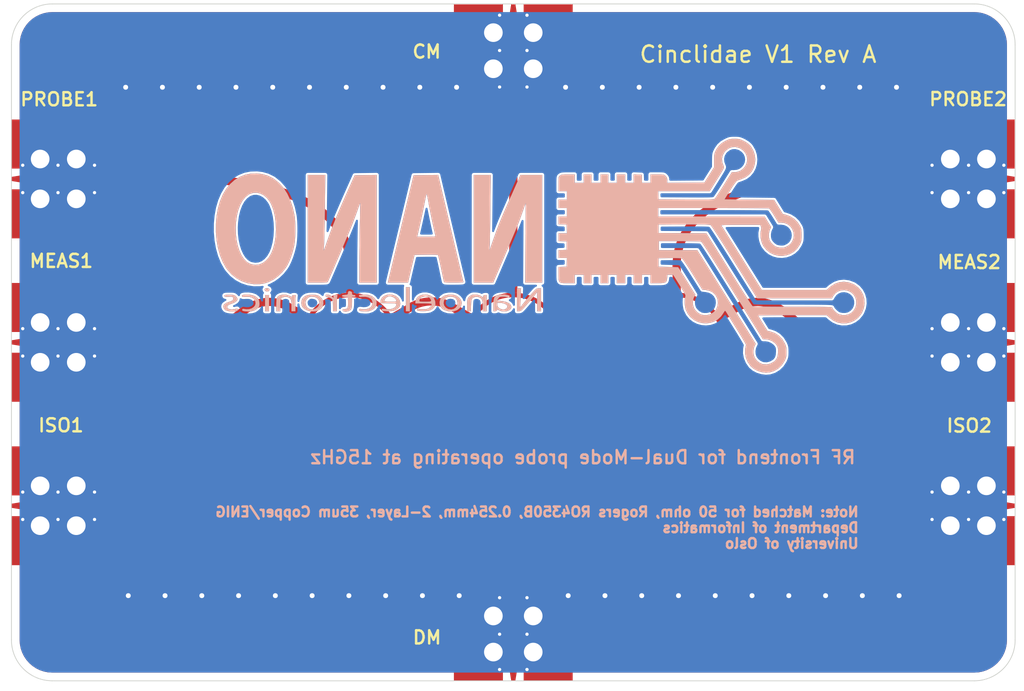
<source format=kicad_pcb>
(kicad_pcb (version 20241129) (generator "pcbnew") (generator_version "9.0")
  (layers (0 "F.Cu" signal) (2 "B.Cu" signal) (13 "F.Paste" user) (15 "B.Paste" user) (5 "F.SilkS" user "F.Silkscreen") (7 "B.SilkS" user "B.Silkscreen") (1 "F.Mask" user) (3 "B.Mask" user) (25 "Edge.Cuts" user))
  (net 0 "")
  (net 1 "gnd")
  (footprint "Footprint:CINCH_142-0761-811" (layer "F.Cu") (at 124.4822 109.5 -90)
    (property "Reference" "ISO1")
    (property "Value" "CINCH_142-0761-811")
  )
  (footprint "Footprint:CINCH_142-0761-811" (layer "F.Cu") (at 124.4822 89.5 -90)
    (property "Reference" "PROBE1")
    (property "Value" "CINCH_142-0761-811")
  )
  (footprint "Footprint:CINCH_142-0761-811" (layer "F.Cu") (at 174.8178 109.5 90)
    (property "Reference" "ISO2")
    (property "Value" "CINCH_142-0761-811")
  )
  (footprint "Footprint:CINCH_142-0761-811" (layer "F.Cu") (at 174.8178 89.5 90)
    (property "Reference" "PROBE2")
    (property "Value" "CINCH_142-0761-811")
  )
  (footprint "Cinclidae:Cinclidae_1" (layer "F.Cu") (at 149.65 99.5)
    (property "Reference" "REF**" (hide yes))
    (property "Value" "Cinclidae_1" (hide yes))
  )
  (footprint "Footprint:CINCH_142-0761-811" (layer "F.Cu") (at 174.8178 99.5 90)
    (property "Reference" "MEAS2")
    (property "Value" "CINCH_142-0761-811")
  )
  (footprint "Footprint:CINCH_142-0761-811" (layer "F.Cu") (at 149.65 114.6678)
    (property "Reference" "DM")
    (property "Value" "CINCH_142-0761-811")
  )
  (footprint "Footprint:CINCH_142-0761-811" (layer "F.Cu") (at 149.65 84.3322 180)
    (property "Reference" "CM")
    (property "Value" "CINCH_142-0761-811")
  )
  (footprint "Footprint:CINCH_142-0761-811" (layer "F.Cu") (at 124.4822 99.5 -90)
    (property "Reference" "MEAS1")
    (property "Value" "CINCH_142-0761-811")
  )
  (footprint "Footprint:NANO_LOGO" (layer "B.Cu") (at 151.178351 94.198118 180)
    (property "Reference" "G***" (hide yes))
    (property "Value" "LOGO" (hide yes))
  )
  (gr_rect (start 169.9 89.25) (end 174.8178 89.75) (fill yes) (layer "F.Cu"))
  (gr_curve (pts (xy 147.585 115.05) (xy 147.585 115.05) (xy 147.585 115.05) (xy 147.585 115.05)) (stroke (width 0.2)) (layer "F.Cu") (net 1))
  (gr_rect (start 124.4822 109.25) (end 129.4 109.75) (fill yes) (layer "F.Cu"))
  (gr_rect (start 124.4822 99.25) (end 129.4 99.75) (fill yes) (layer "F.Cu"))
  (gr_rect (start 149.15 111.24) (end 150.15 112.24) (fill yes) (layer "F.Cu"))
  (gr_curve (pts (xy 174.505 115.05) (xy 174.505 115.05) (xy 174.505 115.05) (xy 174.505 115.05)) (stroke (width 0.2)) (layer "F.Cu") (net 1))
  (gr_rect (start 149.4 84.3322) (end 149.9 89.25) (fill yes) (layer "F.Cu"))
  (gr_rect (start 169.9 109.25) (end 174.8178 109.75) (fill yes) (layer "F.Cu"))
  (gr_rect (start 124.4822 89.25) (end 129.4 89.75) (fill yes) (layer "F.Cu"))
  (gr_rect (start 171.39 109) (end 172.39 110) (fill yes) (layer "F.Cu"))
  (gr_rect (start 149.15 86.76) (end 150.15 87.76) (fill yes) (layer "F.Cu"))
  (gr_curve (pts (xy 147.425 83.94) (xy 147.425 83.94) (xy 147.425 83.94) (xy 147.425 83.94)) (stroke (width 0.2)) (layer "F.Cu") (net 1))
  (gr_rect (start 171.39 89) (end 172.39 90) (fill yes) (layer "F.Cu"))
  (gr_curve (pts (xy 174.345 83.94) (xy 174.345 83.94) (xy 174.345 83.94) (xy 174.345 83.94)) (stroke (width 0.2)) (layer "F.Cu") (net 1))
  (gr_rect (start 126.91 99) (end 127.91 100) (fill yes) (layer "F.Cu"))
  (gr_rect (start 171.39 99) (end 172.39 100) (fill yes) (layer "F.Cu"))
  (gr_rect (start 169.9 99.25) (end 174.8178 99.75) (fill yes) (layer "F.Cu"))
  (gr_rect (start 149.4 109.75) (end 149.9 114.6678) (fill yes) (layer "F.Cu"))
  (gr_rect (start 126.91 89) (end 127.91 90) (fill yes) (layer "F.Cu"))
  (gr_rect (start 126.91 109) (end 127.91 110) (fill yes) (layer "F.Cu"))
  (gr_arc (start 180.36 117.71) (mid 179.627767 119.477767) (end 177.86 120.21) (stroke (width 0.05)) (layer "Edge.Cuts"))
  (gr_arc (start 118.94 81.29) (mid 119.672233 79.522233) (end 121.44 78.79) (stroke (width 0.05)) (layer "Edge.Cuts"))
  (gr_line (start 180.36 117.71) (end 180.36 81.29) (stroke (width 0.05)) (layer "Edge.Cuts"))
  (gr_arc (start 177.86 78.79) (mid 179.627767 79.522233) (end 180.36 81.29) (stroke (width 0.05)) (layer "Edge.Cuts"))
  (gr_line (start 177.86 78.79) (end 121.44 78.79) (stroke (width 0.05)) (layer "Edge.Cuts"))
  (gr_arc (start 121.44 120.21) (mid 119.672233 119.477767) (end 118.94 117.71) (stroke (width 0.05)) (layer "Edge.Cuts"))
  (gr_line (start 118.94 81.29) (end 118.94 117.71) (stroke (width 0.05)) (layer "Edge.Cuts"))
  (gr_line (start 121.44 120.21) (end 177.86 120.21) (stroke (width 0.05)) (layer "Edge.Cuts"))
  (gr_text "Cinclidae V1 Rev A" (at 157.29 82.46 0) (layer "F.SilkS") (effects (font (size 1 1)) (justify left bottom)))
  (gr_text "RF Frontend for Dual-Mode probe operating at 15GHz" (at 170.67 107 0) (layer "B.SilkS") (effects (font (size 0.8 0.8) (thickness 0.15) (bold yes)) (justify left bottom mirror)))
  (gr_text "Note: Matched for 50 ohm, Rogers RO4350B, 0.254mm, 2-Layer, 35um Copper/ENIG\nDepartment of Informatics\nUniversity of Oslo\n" (at 170.86 112.16 0) (layer "B.SilkS") (effects (font (size 0.6 0.6)) (justify left bottom mirror)))
  (via (at 153.01 115) (size 0.6) (drill 0.3) (layers "F.Cu" "B.Cu") (net 1))
  (via (at 157.35 83.89) (size 0.6) (drill 0.3) (layers "F.Cu" "B.Cu") (net 1))
  (via (at 128.34 115) (size 0.6) (drill 0.3) (layers "F.Cu" "B.Cu") (net 1))
  (via (at 126.09 115) (size 0.6) (drill 0.3) (layers "F.Cu" "B.Cu") (net 1))
  (via (at 155.26 115) (size 0.6) (drill 0.3) (layers "F.Cu" "B.Cu") (net 1))
  (via (at 134.93 83.89) (size 0.6) (drill 0.3) (layers "F.Cu" "B.Cu") (net 1))
  (via (at 168.6 83.89) (size 0.6) (drill 0.3) (layers "F.Cu" "B.Cu") (net 1))
  (via (at 141.84 115) (size 0.6) (drill 0.3) (layers "F.Cu" "B.Cu") (net 1))
  (via (at 144.09 115) (size 0.6) (drill 0.3) (layers "F.Cu" "B.Cu") (net 1))
  (via (at 162.01 115) (size 0.6) (drill 0.3) (layers "F.Cu" "B.Cu") (net 1))
  (via (at 132.68 83.89) (size 0.6) (drill 0.3) (layers "F.Cu" "B.Cu") (net 1))
  (via (at 155.1 83.89) (size 0.6) (drill 0.3) (layers "F.Cu" "B.Cu") (net 1))
  (via (at 171.01 115) (size 0.6) (drill 0.3) (layers "F.Cu" "B.Cu") (net 1))
  (via (at 130.59 115) (size 0.6) (drill 0.3) (layers "F.Cu" "B.Cu") (net 1))
  (via (at 157.51 115) (size 0.6) (drill 0.3) (layers "F.Cu" "B.Cu") (net 1))
  (via (at 146.34 115) (size 0.6) (drill 0.3) (layers "F.Cu" "B.Cu") (net 1))
  (via (at 146.18 83.89) (size 0.6) (drill 0.3) (layers "F.Cu" "B.Cu") (net 1))
  (via (at 170.85 83.89) (size 0.6) (drill 0.3) (layers "F.Cu" "B.Cu") (net 1))
  (via (at 168.76 115) (size 0.6) (drill 0.3) (layers "F.Cu" "B.Cu") (net 1))
  (via (at 139.43 83.89) (size 0.6) (drill 0.3) (layers "F.Cu" "B.Cu") (net 1))
  (via (at 143.93 83.89) (size 0.6) (drill 0.3) (layers "F.Cu" "B.Cu") (net 1))
  (via (at 128.18 83.89) (size 0.6) (drill 0.3) (layers "F.Cu" "B.Cu") (net 1))
  (via (at 130.43 83.89) (size 0.6) (drill 0.3) (layers "F.Cu" "B.Cu") (net 1))
  (via (at 173.1 83.89) (size 0.6) (drill 0.3) (layers "F.Cu" "B.Cu") (net 1))
  (via (at 159.6 83.89) (size 0.6) (drill 0.3) (layers "F.Cu" "B.Cu") (net 1))
  (via (at 125.93 83.89) (size 0.6) (drill 0.3) (layers "F.Cu" "B.Cu") (net 1))
  (via (at 139.59 115) (size 0.6) (drill 0.3) (layers "F.Cu" "B.Cu") (net 1))
  (via (at 137.18 83.89) (size 0.6) (drill 0.3) (layers "F.Cu" "B.Cu") (net 1))
  (via (at 141.68 83.89) (size 0.6) (drill 0.3) (layers "F.Cu" "B.Cu") (net 1))
  (via (at 161.85 83.89) (size 0.6) (drill 0.3) (layers "F.Cu" "B.Cu") (net 1))
  (via (at 166.51 115) (size 0.6) (drill 0.3) (layers "F.Cu" "B.Cu") (net 1))
  (via (at 135.09 115) (size 0.6) (drill 0.3) (layers "F.Cu" "B.Cu") (net 1))
  (via (at 159.76 115) (size 0.6) (drill 0.3) (layers "F.Cu" "B.Cu") (net 1))
  (via (at 164.26 115) (size 0.6) (drill 0.3) (layers "F.Cu" "B.Cu") (net 1))
  (via (at 164.1 83.89) (size 0.6) (drill 0.3) (layers "F.Cu" "B.Cu") (net 1))
  (via (at 137.34 115) (size 0.6) (drill 0.3) (layers "F.Cu" "B.Cu") (net 1))
  (via (at 152.85 83.89) (size 0.6) (drill 0.3) (layers "F.Cu" "B.Cu") (net 1))
  (via (at 173.26 115) (size 0.6) (drill 0.3) (layers "F.Cu" "B.Cu") (net 1))
  (via (at 132.84 115) (size 0.6) (drill 0.3) (layers "F.Cu" "B.Cu") (net 1))
  (via (at 166.35 83.89) (size 0.6) (drill 0.3) (layers "F.Cu" "B.Cu") (net 1))
  (zone (net 0) (net_name "") (layer "F.Cu") (connect_pads yes (clearance 0)) (min_thickness 0.12)
    (keepout (tracks allowed) (vias allowed) (pads allowed) (copperpour not_allowed) (footprints allowed))
    (fill (thermal_gap 0.12) (thermal_bridge_width 0.12) (island_removal_mode 1) (island_area_min 10))
    (polygon (pts (xy 180.3678 108.79) (xy 180.3678 110.53) (xy 174.8178 110.57) (xy 174.8178 108.62)))
  )
  (zone (net 0) (net_name "") (layer "F.Cu") (connect_pads yes (clearance 0)) (min_thickness 0.12)
    (keepout (tracks allowed) (vias allowed) (pads allowed) (copperpour not_allowed) (footprints allowed))
    (fill (thermal_gap 0.12) (thermal_bridge_width 0.12) (island_removal_mode 1) (island_area_min 10))
    (polygon (pts (xy 180.3678 88.79) (xy 180.3678 90.53) (xy 174.8178 90.57) (xy 174.8178 88.62)))
  )
  (zone (net 0) (net_name "") (layer "F.Cu") (connect_pads yes (clearance 0)) (min_thickness 0.12)
    (keepout (tracks allowed) (vias allowed) (pads allowed) (copperpour not_allowed) (footprints allowed))
    (fill (thermal_gap 0.12) (thermal_bridge_width 0.12) (island_removal_mode 1) (island_area_min 10))
    (polygon (pts (xy 148.75 78.78) (xy 150.49 78.78) (xy 150.53 84.33) (xy 148.58 84.33)))
  )
  (zone (net 0) (net_name "") (layer "F.Cu") (connect_pads yes (clearance 0)) (min_thickness 0.12)
    (keepout (tracks allowed) (vias allowed) (pads allowed) (copperpour not_allowed) (footprints allowed))
    (fill (thermal_gap 0.12) (thermal_bridge_width 0.12) (island_removal_mode 1) (island_area_min 10))
    (polygon (pts (xy 180.3678 98.79) (xy 180.3678 100.53) (xy 174.8178 100.57) (xy 174.8178 98.62)))
  )
  (zone (net 0) (net_name "") (layer "F.Cu") (connect_pads yes (clearance 0)) (min_thickness 0.12)
    (keepout (tracks allowed) (vias allowed) (pads allowed) (copperpour not_allowed) (footprints allowed))
    (fill (thermal_gap 0.12) (thermal_bridge_width 0.12) (island_removal_mode 1) (island_area_min 10))
    (polygon (pts (xy 118.9322 110.21) (xy 118.9322 108.47) (xy 124.4822 108.43) (xy 124.4822 110.38)))
  )
  (zone (net 0) (net_name "") (layer "F.Cu") (connect_pads yes (clearance 0)) (min_thickness 0.12)
    (keepout (tracks allowed) (vias allowed) (pads allowed) (copperpour not_allowed) (footprints allowed))
    (fill (thermal_gap 0.12) (thermal_bridge_width 0.12) (island_removal_mode 1) (island_area_min 10))
    (polygon (pts (xy 150.36 120.2178) (xy 148.62 120.2178) (xy 148.58 114.6678) (xy 150.53 114.6678)))
  )
  (zone (net 0) (net_name "") (layer "F.Cu") (connect_pads yes (clearance 0)) (min_thickness 0.12)
    (keepout (tracks allowed) (vias allowed) (pads allowed) (copperpour not_allowed) (footprints allowed))
    (fill (thermal_gap 0.12) (thermal_bridge_width 0.12) (island_removal_mode 1) (island_area_min 10))
    (polygon (pts (xy 118.9322 90.21) (xy 118.9322 88.47) (xy 124.4822 88.43) (xy 124.4822 90.38)))
  )
  (zone (net 0) (net_name "") (layer "F.Cu") (connect_pads yes (clearance 0)) (min_thickness 0.12)
    (keepout (tracks allowed) (vias allowed) (pads allowed) (copperpour not_allowed) (footprints allowed))
    (fill (thermal_gap 0.12) (thermal_bridge_width 0.12) (island_removal_mode 1) (island_area_min 10))
    (polygon (pts (xy 118.9322 100.46) (xy 118.9322 98.72) (xy 124.4822 98.68) (xy 124.4822 100.63)))
  )
  (zone (net 0) (net_name "") (layers "F.Cu" "F.Mask") (connect_pads (clearance 0)) (min_thickness 0.25)
    (keepout (tracks allowed) (vias allowed) (pads allowed) (copperpour not_allowed) (footprints allowed))
    (fill (thermal_gap 0.5) (thermal_bridge_width 0.5))
    (polygon (pts (xy 124.4822 89.5) (xy 124.4822 84.33) (xy 174.82 84.33) (xy 174.82 114.67) (xy 124.489609 114.67)))
  )
  (zone (net 1) (net_name "gnd") (layers "F&B.Cu") (connect_pads yes (clearance 0.12)) (min_thickness 0.12) (fill yes (thermal_gap 0.12) (thermal_bridge_width 0.12) (island_removal_mode 1) (island_area_min 10))
    (polygon (pts (xy 118.24 78.55) (xy 180.92 78.55) (xy 180.92 120.85) (xy 118.24 120.85)))
  )
)
</source>
